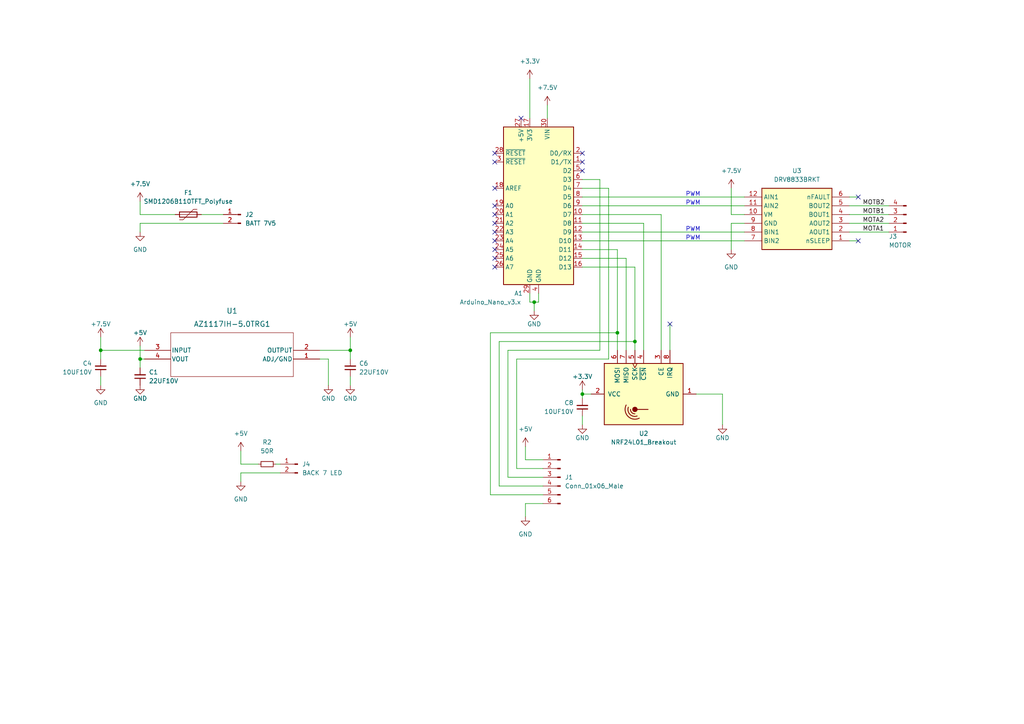
<source format=kicad_sch>
(kicad_sch (version 20211123) (generator eeschema)
  (paper "A4")
  (lib_symbols
    (symbol "2023-05-28_10-28-08:AZ1117IH-5.0TRG1" (pin_names (offset 0.254))
      (property "Reference" "U" (at 25.4 10.16 0))
      (property "Value" "AZ1117IH-5.0TRG1" (at 25.4 7.62 0))
      (symbol "AZ1117IH-5.0TRG1_0_1"
        (polyline (pts (xy 7.62 -7.62) (xy 43.18 -7.62)) (stroke (width 0.127)))
        (polyline (pts (xy 7.62 5.08) (xy 7.62 -7.62)) (stroke (width 0.127)))
        (polyline (pts (xy 43.18 -7.62) (xy 43.18 5.08)) (stroke (width 0.127)))
        (polyline (pts (xy 43.18 5.08) (xy 7.62 5.08)) (stroke (width 0.127)))
        (pin power_out line (at 0 0 0) (length 7.62) (name "ADJ/GND") (number "1"))
        (pin output line (at 0 -2.54 0) (length 7.62) (name "OUTPUT") (number "2"))
        (pin input line (at 50.8 -2.54 180) (length 7.62) (name "INPUT") (number "3"))
        (pin output line (at 50.8 0 180) (length 7.62) (name "VOUT") (number "4"))
      )
    )
    (symbol "Connector:Conn_01x02_Male" (pin_names (offset 1.016) hide)
      (property "Reference" "J" (at 0 2.54 0))
      (property "Value" "Conn_01x02_Male" (at 0 -5.08 0))
      (symbol "Conn_01x02_Male_1_1"
        (polyline (pts (xy 1.27 -2.54) (xy 0.8636 -2.54)) (stroke (width 0.1524)))
        (polyline (pts (xy 1.27 0) (xy 0.8636 0)) (stroke (width 0.1524)))
        (rectangle (start 0.8636 -2.413) (end 0 -2.667) (stroke (width 0.1524)) (fill (type outline)))
        (rectangle (start 0.8636 0.127) (end 0 -0.127) (stroke (width 0.1524)) (fill (type outline)))
        (pin passive line (at 5.08 0 180) (length 3.81) (name "Pin_1") (number "1"))
        (pin passive line (at 5.08 -2.54 180) (length 3.81) (name "Pin_2") (number "2"))
      )
    )
    (symbol "Connector:Conn_01x04_Male" (pin_names (offset 1.016) hide)
      (property "Reference" "J" (at 0 5.08 0))
      (property "Value" "Conn_01x04_Male" (at 0 -7.62 0))
      (symbol "Conn_01x04_Male_1_1"
        (polyline (pts (xy 1.27 -5.08) (xy 0.8636 -5.08)) (stroke (width 0.1524)))
        (polyline (pts (xy 1.27 -2.54) (xy 0.8636 -2.54)) (stroke (width 0.1524)))
        (polyline (pts (xy 1.27 0) (xy 0.8636 0)) (stroke (width 0.1524)))
        (polyline (pts (xy 1.27 2.54) (xy 0.8636 2.54)) (stroke (width 0.1524)))
        (rectangle (start 0.8636 -4.953) (end 0 -5.207) (stroke (width 0.1524)) (fill (type outline)))
        (rectangle (start 0.8636 -2.413) (end 0 -2.667) (stroke (width 0.1524)) (fill (type outline)))
        (rectangle (start 0.8636 0.127) (end 0 -0.127) (stroke (width 0.1524)) (fill (type outline)))
        (rectangle (start 0.8636 2.667) (end 0 2.413) (stroke (width 0.1524)) (fill (type outline)))
        (pin passive line (at 5.08 2.54 180) (length 3.81) (name "Pin_1") (number "1"))
        (pin passive line (at 5.08 0 180) (length 3.81) (name "Pin_2") (number "2"))
        (pin passive line (at 5.08 -2.54 180) (length 3.81) (name "Pin_3") (number "3"))
        (pin passive line (at 5.08 -5.08 180) (length 3.81) (name "Pin_4") (number "4"))
      )
    )
    (symbol "Connector:Conn_01x06_Male" (pin_names (offset 1.016) hide)
      (property "Reference" "J" (at 0 7.62 0))
      (property "Value" "Conn_01x06_Male" (at 0 -10.16 0))
      (symbol "Conn_01x06_Male_1_1"
        (polyline (pts (xy 1.27 -7.62) (xy 0.8636 -7.62)) (stroke (width 0.1524)))
        (polyline (pts (xy 1.27 -5.08) (xy 0.8636 -5.08)) (stroke (width 0.1524)))
        (polyline (pts (xy 1.27 -2.54) (xy 0.8636 -2.54)) (stroke (width 0.1524)))
        (polyline (pts (xy 1.27 0) (xy 0.8636 0)) (stroke (width 0.1524)))
        (polyline (pts (xy 1.27 2.54) (xy 0.8636 2.54)) (stroke (width 0.1524)))
        (polyline (pts (xy 1.27 5.08) (xy 0.8636 5.08)) (stroke (width 0.1524)))
        (rectangle (start 0.8636 -7.493) (end 0 -7.747) (stroke (width 0.1524)) (fill (type outline)))
        (rectangle (start 0.8636 -4.953) (end 0 -5.207) (stroke (width 0.1524)) (fill (type outline)))
        (rectangle (start 0.8636 -2.413) (end 0 -2.667) (stroke (width 0.1524)) (fill (type outline)))
        (rectangle (start 0.8636 0.127) (end 0 -0.127) (stroke (width 0.1524)) (fill (type outline)))
        (rectangle (start 0.8636 2.667) (end 0 2.413) (stroke (width 0.1524)) (fill (type outline)))
        (rectangle (start 0.8636 5.207) (end 0 4.953) (stroke (width 0.1524)) (fill (type outline)))
        (pin passive line (at 5.08 5.08 180) (length 3.81) (name "Pin_1") (number "1"))
        (pin passive line (at 5.08 2.54 180) (length 3.81) (name "Pin_2") (number "2"))
        (pin passive line (at 5.08 0 180) (length 3.81) (name "Pin_3") (number "3"))
        (pin passive line (at 5.08 -2.54 180) (length 3.81) (name "Pin_4") (number "4"))
        (pin passive line (at 5.08 -5.08 180) (length 3.81) (name "Pin_5") (number "5"))
        (pin passive line (at 5.08 -7.62 180) (length 3.81) (name "Pin_6") (number "6"))
      )
    )
    (symbol "DRV8833BRKT:DRV8833BRKT"
      (property "Reference" "U" (at 0 12.7 0))
      (property "Value" "DRV8833BRKT" (at 0 10.16 0))
      (symbol "DRV8833BRKT_0_1"
        (rectangle (start -10.16 8.89) (end 10.16 -8.89) (stroke (width 0.254)) (fill (type background)))
      )
      (symbol "DRV8833BRKT_1_1"
        (pin input line (at -15.24 6.35 0) (length 5.08) (name "nSLEEP") (number "1"))
        (pin power_in line (at 15.24 -1.27 180) (length 5.08) (name "VM") (number "10"))
        (pin input line (at 15.24 -3.81 180) (length 5.08) (name "AIN2") (number "11"))
        (pin input line (at 15.24 -6.35 180) (length 5.08) (name "AIN1") (number "12"))
        (pin power_out line (at -15.24 3.81 0) (length 5.08) (name "AOUT1") (number "2"))
        (pin power_out line (at -15.24 1.27 0) (length 5.08) (name "AOUT2") (number "3"))
        (pin power_out line (at -15.24 -1.27 0) (length 5.08) (name "BOUT1") (number "4"))
        (pin power_out line (at -15.24 -3.81 0) (length 5.08) (name "BOUT2") (number "5"))
        (pin open_collector line (at -15.24 -6.35 0) (length 5.08) (name "nFAULT") (number "6"))
        (pin input line (at 15.24 6.35 180) (length 5.08) (name "BIN2") (number "7"))
        (pin input line (at 15.24 3.81 180) (length 5.08) (name "BIN1") (number "8"))
        (pin power_in line (at 15.24 1.27 180) (length 5.08) (name "GND") (number "9"))
      )
    )
    (symbol "Device:C_Small" (pin_numbers hide) (pin_names (offset 0.254) hide)
      (property "Reference" "C" (at 0.254 1.778 0))
      (property "Value" "C_Small" (at 0.254 -2.032 0))
      (symbol "C_Small_0_1"
        (polyline (pts (xy -1.524 -0.508) (xy 1.524 -0.508)) (stroke (width 0.3302)))
        (polyline (pts (xy -1.524 0.508) (xy 1.524 0.508)) (stroke (width 0.3048)))
      )
      (symbol "C_Small_1_1"
        (pin passive line (at 0 2.54 270) (length 2.032) (name "~") (number "1"))
        (pin passive line (at 0 -2.54 90) (length 2.032) (name "~") (number "2"))
      )
    )
    (symbol "Device:Polyfuse" (pin_numbers hide) (pin_names (offset 0))
      (property "Reference" "F" (at -2.54 0 90))
      (property "Value" "Polyfuse" (at 2.54 0 90))
      (symbol "Polyfuse_0_1"
        (rectangle (start -0.762 2.54) (end 0.762 -2.54) (stroke (width 0.254)))
        (polyline (pts (xy 0 2.54) (xy 0 -2.54)))
        (polyline (pts (xy -1.524 2.54) (xy -1.524 1.524) (xy 1.524 -1.524) (xy 1.524 -2.54)))
      )
      (symbol "Polyfuse_1_1"
        (pin passive line (at 0 3.81 270) (length 1.27) (name "~") (number "1"))
        (pin passive line (at 0 -3.81 90) (length 1.27) (name "~") (number "2"))
      )
    )
    (symbol "Device:R_Small" (pin_numbers hide) (pin_names (offset 0.254) hide)
      (property "Reference" "R" (at 0.762 0.508 0))
      (property "Value" "R_Small" (at 0.762 -1.016 0))
      (symbol "R_Small_0_1"
        (rectangle (start -0.762 1.778) (end 0.762 -1.778) (stroke (width 0.2032)))
      )
      (symbol "R_Small_1_1"
        (pin passive line (at 0 2.54 270) (length 0.762) (name "~") (number "1"))
        (pin passive line (at 0 -2.54 90) (length 0.762) (name "~") (number "2"))
      )
    )
    (symbol "MCU_Module:Arduino_Nano_v3.x"
      (property "Reference" "A" (at -10.16 23.495 0))
      (property "Value" "Arduino_Nano_v3.x" (at 5.08 -24.13 0))
      (symbol "Arduino_Nano_v3.x_0_1"
        (rectangle (start -10.16 22.86) (end 10.16 -22.86) (stroke (width 0.254)) (fill (type background)))
      )
      (symbol "Arduino_Nano_v3.x_1_1"
        (pin bidirectional line (at -12.7 12.7 0) (length 2.54) (name "D1/TX") (number "1"))
        (pin bidirectional line (at -12.7 -2.54 0) (length 2.54) (name "D7") (number "10"))
        (pin bidirectional line (at -12.7 -5.08 0) (length 2.54) (name "D8") (number "11"))
        (pin bidirectional line (at -12.7 -7.62 0) (length 2.54) (name "D9") (number "12"))
        (pin bidirectional line (at -12.7 -10.16 0) (length 2.54) (name "D10") (number "13"))
        (pin bidirectional line (at -12.7 -12.7 0) (length 2.54) (name "D11") (number "14"))
        (pin bidirectional line (at -12.7 -15.24 0) (length 2.54) (name "D12") (number "15"))
        (pin bidirectional line (at -12.7 -17.78 0) (length 2.54) (name "D13") (number "16"))
        (pin power_out line (at 2.54 25.4 270) (length 2.54) (name "3V3") (number "17"))
        (pin input line (at 12.7 5.08 180) (length 2.54) (name "AREF") (number "18"))
        (pin bidirectional line (at 12.7 0 180) (length 2.54) (name "A0") (number "19"))
        (pin bidirectional line (at -12.7 15.24 0) (length 2.54) (name "D0/RX") (number "2"))
        (pin bidirectional line (at 12.7 -2.54 180) (length 2.54) (name "A1") (number "20"))
        (pin bidirectional line (at 12.7 -5.08 180) (length 2.54) (name "A2") (number "21"))
        (pin bidirectional line (at 12.7 -7.62 180) (length 2.54) (name "A3") (number "22"))
        (pin bidirectional line (at 12.7 -10.16 180) (length 2.54) (name "A4") (number "23"))
        (pin bidirectional line (at 12.7 -12.7 180) (length 2.54) (name "A5") (number "24"))
        (pin bidirectional line (at 12.7 -15.24 180) (length 2.54) (name "A6") (number "25"))
        (pin bidirectional line (at 12.7 -17.78 180) (length 2.54) (name "A7") (number "26"))
        (pin power_out line (at 5.08 25.4 270) (length 2.54) (name "+5V") (number "27"))
        (pin input line (at 12.7 15.24 180) (length 2.54) (name "~{RESET}") (number "28"))
        (pin power_in line (at 2.54 -25.4 90) (length 2.54) (name "GND") (number "29"))
        (pin input line (at 12.7 12.7 180) (length 2.54) (name "~{RESET}") (number "3"))
        (pin power_in line (at -2.54 25.4 270) (length 2.54) (name "VIN") (number "30"))
        (pin power_in line (at 0 -25.4 90) (length 2.54) (name "GND") (number "4"))
        (pin bidirectional line (at -12.7 10.16 0) (length 2.54) (name "D2") (number "5"))
        (pin bidirectional line (at -12.7 7.62 0) (length 2.54) (name "D3") (number "6"))
        (pin bidirectional line (at -12.7 5.08 0) (length 2.54) (name "D4") (number "7"))
        (pin bidirectional line (at -12.7 2.54 0) (length 2.54) (name "D5") (number "8"))
        (pin bidirectional line (at -12.7 0 0) (length 2.54) (name "D6") (number "9"))
      )
    )
    (symbol "RF:NRF24L01_Breakout" (pin_names (offset 1.016))
      (property "Reference" "U" (at -8.89 12.7 0))
      (property "Value" "NRF24L01_Breakout" (at 3.81 12.7 0))
      (symbol "NRF24L01_Breakout_0_1"
        (rectangle (start -8.89 11.43) (end 8.89 -11.43) (stroke (width 0.254)) (fill (type background)))
        (polyline (pts (xy 4.445 1.905) (xy 4.445 -1.27)) (stroke (width 0.254)))
        (circle (center 4.445 2.54) (radius 0.635) (stroke (width 0.254)) (fill (type outline)))
        (arc (start 5.715 2.54) (mid 5.3521 3.4546) (end 4.445 3.81) (stroke (width 0.254)))
        (arc (start 6.35 1.905) (mid 5.8763 3.9854) (end 3.81 4.445) (stroke (width 0.254)))
        (arc (start 6.985 1.27) (mid 6.453 4.548) (end 3.175 5.08) (stroke (width 0.254)))
      )
      (symbol "NRF24L01_Breakout_1_1"
        (pin power_in line (at 0 -15.24 90) (length 3.81) (name "GND") (number "1"))
        (pin power_in line (at 0 15.24 270) (length 3.81) (name "VCC") (number "2"))
        (pin input line (at -12.7 -5.08 0) (length 3.81) (name "CE") (number "3"))
        (pin input line (at -12.7 0 0) (length 3.81) (name "~{CSN}") (number "4"))
        (pin input clock (at -12.7 2.54 0) (length 3.81) (name "SCK") (number "5"))
        (pin input line (at -12.7 7.62 0) (length 3.81) (name "MOSI") (number "6"))
        (pin output line (at -12.7 5.08 0) (length 3.81) (name "MISO") (number "7"))
        (pin output line (at -12.7 -7.62 0) (length 3.81) (name "IRQ") (number "8"))
      )
    )
    (symbol "power:+3.3V" (power) (pin_names (offset 0))
      (property "Value" "+3.3V" (at 0 3.556 0))
      (symbol "+3.3V_0_1"
        (polyline (pts (xy -0.762 1.27) (xy 0 2.54)))
        (polyline (pts (xy 0 0) (xy 0 2.54)))
        (polyline (pts (xy 0 2.54) (xy 0.762 1.27)))
      )
      (symbol "+3.3V_1_1"
        (pin power_in line (at 0 0 90) (length 0) hide (name "+3.3V") (number "1"))
      )
    )
    (symbol "power:+5V" (power) (pin_names (offset 0))
      (property "Value" "+5V" (at 0 3.556 0))
      (symbol "+5V_0_1"
        (polyline (pts (xy -0.762 1.27) (xy 0 2.54)))
        (polyline (pts (xy 0 0) (xy 0 2.54)))
        (polyline (pts (xy 0 2.54) (xy 0.762 1.27)))
      )
      (symbol "+5V_1_1"
        (pin power_in line (at 0 0 90) (length 0) hide (name "+5V") (number "1"))
      )
    )
    (symbol "power:+7.5V" (power) (pin_names (offset 0))
      (property "Value" "+7.5V" (at 0 3.556 0))
      (symbol "+7.5V_0_1"
        (polyline (pts (xy -0.762 1.27) (xy 0 2.54)))
        (polyline (pts (xy 0 0) (xy 0 2.54)))
        (polyline (pts (xy 0 2.54) (xy 0.762 1.27)))
      )
      (symbol "+7.5V_1_1"
        (pin power_in line (at 0 0 90) (length 0) hide (name "+7.5V") (number "1"))
      )
    )
    (symbol "power:GND" (power) (pin_names (offset 0))
      (property "Value" "GND" (at 0 -3.81 0))
      (symbol "GND_0_1"
        (polyline (pts (xy 0 0) (xy 0 -1.27) (xy 1.27 -1.27) (xy 0 -2.54) (xy -1.27 -1.27) (xy 0 -1.27)))
      )
      (symbol "GND_1_1"
        (pin power_in line (at 0 0 270) (length 0) hide (name "GND") (number "1"))
      )
    )
  )
  (junction (at 168.91 114.3))
  (junction (at 40.64 104.14))
  (junction (at 101.6 101.6))
  (junction (at 184.15 99.06))
  (junction (at 29.21 101.6))
  (junction (at 179.07 96.52))
  (junction (at 154.94 87.63))
  (no_connect (at 143.51 62.23))
  (no_connect (at 151.13 34.29))
  (no_connect (at 248.92 57.15))
  (no_connect (at 143.51 72.39))
  (no_connect (at 143.51 46.99))
  (no_connect (at 168.91 46.99))
  (no_connect (at 143.51 54.61))
  (no_connect (at 143.51 64.77))
  (no_connect (at 248.92 69.85))
  (no_connect (at 168.91 49.53))
  (no_connect (at 143.51 77.47))
  (no_connect (at 143.51 67.31))
  (no_connect (at 143.51 44.45))
  (no_connect (at 143.51 69.85))
  (no_connect (at 168.91 44.45))
  (no_connect (at 194.31 93.98))
  (no_connect (at 143.51 74.93))
  (no_connect (at 143.51 59.69))
  (wire (pts (xy 154.94 87.63) (xy 154.94 90.17)))
  (wire (pts (xy 168.91 67.31) (xy 215.9 67.31)))
  (wire (pts (xy 144.78 140.97) (xy 144.78 99.06)))
  (wire (pts (xy 58.42 62.23) (xy 64.77 62.23)))
  (wire (pts (xy 153.67 87.63) (xy 154.94 87.63)))
  (wire (pts (xy 142.24 96.52) (xy 179.07 96.52)))
  (wire (pts (xy 181.61 101.6) (xy 181.61 74.93)))
  (wire (pts (xy 194.31 93.98) (xy 194.31 101.6)))
  (wire (pts (xy 179.07 72.39) (xy 168.91 72.39)))
  (wire (pts (xy 201.93 114.3) (xy 209.55 114.3)))
  (wire (pts (xy 92.71 101.6) (xy 101.6 101.6)))
  (wire (pts (xy 246.38 62.23) (xy 257.81 62.23)))
  (wire (pts (xy 101.6 101.6) (xy 101.6 104.14)))
  (wire (pts (xy 157.48 135.89) (xy 149.86 135.89)))
  (wire (pts (xy 29.21 97.79) (xy 29.21 101.6)))
  (wire (pts (xy 69.85 137.16) (xy 81.28 137.16)))
  (wire (pts (xy 179.07 96.52) (xy 179.07 72.39)))
  (wire (pts (xy 40.64 64.77) (xy 40.64 67.31)))
  (wire (pts (xy 69.85 130.81) (xy 69.85 134.62)))
  (wire (pts (xy 153.67 22.86) (xy 153.67 34.29)))
  (wire (pts (xy 156.21 87.63) (xy 156.21 85.09)))
  (wire (pts (xy 168.91 120.65) (xy 168.91 123.19)))
  (wire (pts (xy 157.48 133.35) (xy 152.4 133.35)))
  (wire (pts (xy 168.91 59.69) (xy 215.9 59.69)))
  (wire (pts (xy 176.53 104.14) (xy 149.86 104.14)))
  (wire (pts (xy 212.09 54.61) (xy 212.09 62.23)))
  (wire (pts (xy 64.77 64.77) (xy 40.64 64.77)))
  (wire (pts (xy 29.21 109.22) (xy 29.21 111.76)))
  (wire (pts (xy 157.48 140.97) (xy 144.78 140.97)))
  (wire (pts (xy 158.75 30.48) (xy 158.75 34.29)))
  (wire (pts (xy 40.64 58.42) (xy 40.64 62.23)))
  (wire (pts (xy 101.6 109.22) (xy 101.6 111.76)))
  (wire (pts (xy 142.24 143.51) (xy 157.48 143.51)))
  (wire (pts (xy 246.38 69.85) (xy 248.92 69.85)))
  (wire (pts (xy 168.91 114.3) (xy 168.91 115.57)))
  (wire (pts (xy 209.55 114.3) (xy 209.55 123.19)))
  (wire (pts (xy 212.09 64.77) (xy 212.09 72.39)))
  (wire (pts (xy 215.9 62.23) (xy 212.09 62.23)))
  (wire (pts (xy 153.67 85.09) (xy 153.67 87.63)))
  (wire (pts (xy 95.25 111.76) (xy 95.25 104.14)))
  (wire (pts (xy 168.91 52.07) (xy 173.99 52.07)))
  (wire (pts (xy 191.77 62.23) (xy 168.91 62.23)))
  (wire (pts (xy 173.99 101.6) (xy 173.99 52.07)))
  (wire (pts (xy 168.91 54.61) (xy 176.53 54.61)))
  (wire (pts (xy 29.21 101.6) (xy 41.91 101.6)))
  (wire (pts (xy 142.24 143.51) (xy 142.24 96.52)))
  (wire (pts (xy 215.9 64.77) (xy 212.09 64.77)))
  (wire (pts (xy 191.77 101.6) (xy 191.77 62.23)))
  (wire (pts (xy 246.38 67.31) (xy 257.81 67.31)))
  (wire (pts (xy 144.78 99.06) (xy 184.15 99.06)))
  (wire (pts (xy 168.91 57.15) (xy 215.9 57.15)))
  (wire (pts (xy 181.61 74.93) (xy 168.91 74.93)))
  (wire (pts (xy 40.64 62.23) (xy 50.8 62.23)))
  (wire (pts (xy 154.94 87.63) (xy 156.21 87.63)))
  (wire (pts (xy 69.85 137.16) (xy 69.85 139.7)))
  (wire (pts (xy 40.64 100.33) (xy 40.64 104.14)))
  (wire (pts (xy 246.38 59.69) (xy 257.81 59.69)))
  (wire (pts (xy 149.86 104.14) (xy 149.86 135.89)))
  (wire (pts (xy 246.38 57.15) (xy 248.92 57.15)))
  (wire (pts (xy 101.6 97.79) (xy 101.6 101.6)))
  (wire (pts (xy 246.38 64.77) (xy 257.81 64.77)))
  (wire (pts (xy 40.64 104.14) (xy 41.91 104.14)))
  (wire (pts (xy 168.91 114.3) (xy 168.91 113.03)))
  (wire (pts (xy 157.48 138.43) (xy 147.32 138.43)))
  (wire (pts (xy 95.25 104.14) (xy 92.71 104.14)))
  (wire (pts (xy 168.91 77.47) (xy 184.15 77.47)))
  (wire (pts (xy 147.32 101.6) (xy 173.99 101.6)))
  (wire (pts (xy 179.07 101.6) (xy 179.07 96.52)))
  (wire (pts (xy 29.21 104.14) (xy 29.21 101.6)))
  (wire (pts (xy 168.91 69.85) (xy 215.9 69.85)))
  (wire (pts (xy 69.85 134.62) (xy 74.93 134.62)))
  (wire (pts (xy 157.48 146.05) (xy 152.4 146.05)))
  (wire (pts (xy 184.15 77.47) (xy 184.15 99.06)))
  (wire (pts (xy 176.53 54.61) (xy 176.53 104.14)))
  (wire (pts (xy 184.15 99.06) (xy 184.15 101.6)))
  (wire (pts (xy 186.69 64.77) (xy 168.91 64.77)))
  (wire (pts (xy 40.64 104.14) (xy 40.64 106.68)))
  (wire (pts (xy 152.4 129.54) (xy 152.4 133.35)))
  (wire (pts (xy 81.28 134.62) (xy 80.01 134.62)))
  (wire (pts (xy 186.69 101.6) (xy 186.69 64.77)))
  (wire (pts (xy 152.4 146.05) (xy 152.4 149.86)))
  (wire (pts (xy 147.32 138.43) (xy 147.32 101.6)))
  (wire (pts (xy 168.91 114.3) (xy 171.45 114.3)))
  (text "PWM" (at 203.2 67.31 180) (effects (font (size 1.27 1.27)) (justify right bottom)))
  (text "PWM" (at 203.2 57.15 180) (effects (font (size 1.27 1.27)) (justify right bottom)))
  (text "PWM" (at 203.2 59.69 180) (effects (font (size 1.27 1.27)) (justify right bottom)))
  (text "PWM" (at 203.2 69.85 180) (effects (font (size 1.27 1.27)) (justify right bottom)))
  (label "MOTB1" (at 250.19 62.23 0))
  (label "MOTA2" (at 250.19 64.77 0))
  (label "MOTB2" (at 250.19 59.69 0))
  (label "MOTA1" (at 250.19 67.31 0))
  (symbol (lib_id "power:GND") (at 69.85 139.7 0) (unit 1)
    (property "Reference" "#PWR0105" (effects hide))
    (property "Value" "GND" (at 69.85 144.78 0))
  )
  (symbol (lib_id "Device:C_Small") (at 168.91 118.11 0) (mirror x) (unit 1)
    (property "Reference" "C8" (at 166.37 116.8335 0) (effects (justify right)))
    (property "Value" "10UF10V" (at 166.37 119.38 0) (effects (justify right)))
    (property "Footprint" "Capacitor_SMD:C_0805_2012Metric_Pad1.18x1.45mm_HandSolder" (effects hide))
  )
  (symbol (lib_id "power:+7.5V") (at 158.75 30.48 0) (unit 1)
    (property "Reference" "#PWR011" (effects hide))
    (property "Value" "+7.5V" (at 158.75 25.4 0))
  )
  (symbol (lib_id "power:+7.5V") (at 29.21 97.79 0) (unit 1)
    (property "Reference" "#PWR02" (effects hide))
    (property "Value" "+7.5V" (at 29.21 93.98 0))
  )
  (symbol (lib_id "power:GND") (at 40.64 67.31 0) (mirror y) (unit 1)
    (property "Reference" "#PWR0108" (effects hide))
    (property "Value" "GND" (at 40.64 72.39 0))
  )
  (symbol (lib_id "power:GND") (at 154.94 90.17 0) (unit 1)
    (property "Reference" "#PWR0116" (effects hide))
    (property "Value" "GND" (at 154.94 93.98 0))
  )
  (symbol (lib_id "power:GND") (at 95.25 111.76 0) (mirror y) (unit 1)
    (property "Reference" "#PWR0106" (effects hide))
    (property "Value" "GND" (at 95.25 115.57 0))
  )
  (symbol (lib_id "power:GND") (at 40.64 111.76 0) (mirror y) (unit 1)
    (property "Reference" "#PWR0104" (effects hide))
    (property "Value" "GND" (at 40.64 115.57 0))
  )
  (symbol (lib_id "power:+7.5V") (at 212.09 54.61 0) (unit 1)
    (property "Reference" "#PWR0102" (effects hide))
    (property "Value" "+7.5V" (at 212.09 49.53 0))
  )
  (symbol (lib_id "RF:NRF24L01_Breakout") (at 186.69 114.3 90) (mirror x) (unit 1)
    (property "Reference" "U2" (at 186.69 125.73 90))
    (property "Value" "NRF24L01_Breakout" (at 186.69 128.27 90))
    (property "Footprint" "nRF24L01BRKT_SMD:nRF24L01_Breakout_SMD" (effects hide))
    (property "Datasheet" "http://www.nordicsemi.com/eng/content/download/2730/34105/file/nRF24L01_Product_Specification_v2_0.pdf" (effects hide))
  )
  (symbol (lib_id "Device:Polyfuse") (at 54.61 62.23 270) (unit 1)
    (property "Reference" "F1" (at 54.61 55.88 90))
    (property "Value" "SMD1206B110TFT_Polyfuse " (at 54.61 58.42 90))
    (property "Footprint" "Fuse:Fuse_1206_3216Metric" (effects hide))
  )
  (symbol (lib_id "power:+5V") (at 152.4 129.54 0) (unit 1)
    (property "Reference" "#PWR08" (effects hide))
    (property "Value" "+5V" (at 152.4 124.46 0))
  )
  (symbol (lib_id "2023-05-28_10-28-08:AZ1117IH-5.0TRG1") (at 92.71 104.14 180) (unit 1)
    (property "Reference" "U1" (at 67.31 90.17 0) (effects (font (size 1.524 1.524))))
    (property "Value" "AZ1117IH-5.0TRG1" (at 67.31 93.98 0) (effects (font (size 1.524 1.524))))
    (property "Footprint" "footprints:SOT223-5_DIO" (effects hide))
    (property "Datasheet" "AZ1117IH-5.0TRG1" (effects hide))
  )
  (symbol (lib_id "power:GND") (at 168.91 123.19 0) (unit 1)
    (property "Reference" "#PWR013" (effects hide))
    (property "Value" "GND" (at 168.91 127 0))
  )
  (symbol (lib_id "power:GND") (at 212.09 72.39 0) (mirror y) (unit 1)
    (property "Reference" "#PWR0101" (effects hide))
    (property "Value" "GND" (at 212.09 77.47 0))
  )
  (symbol (lib_id "power:GND") (at 209.55 123.19 0) (unit 1)
    (property "Reference" "#PWR0110" (effects hide))
    (property "Value" "GND" (at 209.55 127 0))
  )
  (symbol (lib_id "Connector:Conn_01x04_Male") (at 262.89 64.77 180) (unit 1)
    (property "Reference" "J3" (at 257.81 68.58 0) (effects (justify right)))
    (property "Value" "MOTOR" (at 257.81 71.12 0) (effects (justify right)))
    (property "Footprint" "Connector_PinSocket_2.54mm:PinSocket_1x04_P2.54mm_Vertical" (effects hide))
  )
  (symbol (lib_id "MCU_Module:Arduino_Nano_v3.x") (at 156.21 59.69 0) (mirror y) (unit 1)
    (property "Reference" "A1" (at 151.6506 85.09 0) (effects (justify left)))
    (property "Value" "Arduino_Nano_v3.x" (at 151.13 87.63 0) (effects (justify left)))
    (property "Footprint" "Module:Arduino_Nano" (effects hide))
    (property "Datasheet" "http://www.mouser.com/pdfdocs/Gravitech_Arduino_Nano3_0.pdf" (effects hide))
  )
  (symbol (lib_id "power:+3.3V") (at 168.91 113.03 0) (unit 1)
    (property "Reference" "#PWR012" (effects hide))
    (property "Value" "+3.3V" (at 168.91 109.22 0))
  )
  (symbol (lib_id "Device:C_Small") (at 40.64 109.22 180) (unit 1)
    (property "Reference" "C1" (at 43.18 107.9435 0) (effects (justify right)))
    (property "Value" "22UF10V" (at 43.18 110.49 0) (effects (justify right)))
    (property "Footprint" "Capacitor_SMD:C_0805_2012Metric_Pad1.18x1.45mm_HandSolder" (effects hide))
  )
  (symbol (lib_id "power:+5V") (at 101.6 97.79 0) (unit 1)
    (property "Reference" "#PWR06" (effects hide))
    (property "Value" "+5V" (at 101.6 93.98 0))
  )
  (symbol (lib_id "power:+5V") (at 69.85 130.81 0) (unit 1)
    (property "Reference" "#PWR05" (effects hide))
    (property "Value" "+5V" (at 69.85 125.73 0))
  )
  (symbol (lib_id "power:+7.5V") (at 40.64 58.42 0) (unit 1)
    (property "Reference" "#PWR01" (effects hide))
    (property "Value" "+7.5V" (at 40.64 53.34 0))
  )
  (symbol (lib_id "Connector:Conn_01x02_Male") (at 86.36 134.62 0) (mirror y) (unit 1)
    (property "Reference" "J4" (at 87.63 134.6199 0) (effects (justify right)))
    (property "Value" "BACK 7 LED" (at 87.63 137.1599 0) (effects (justify right)))
    (property "Footprint" "Connector_PinHeader_2.54mm:PinHeader_1x02_P2.54mm_Vertical" (effects hide))
  )
  (symbol (lib_id "Connector:Conn_01x06_Male") (at 162.56 138.43 0) (mirror y) (unit 1)
    (property "Reference" "J1" (at 163.83 138.4299 0) (effects (justify right)))
    (property "Value" "Conn_01x06_Male" (at 163.83 140.9699 0) (effects (justify right)))
    (property "Footprint" "Connector_PinHeader_2.54mm:PinHeader_1x06_P2.54mm_Vertical" (effects hide))
  )
  (symbol (lib_id "power:GND") (at 101.6 111.76 0) (mirror y) (unit 1)
    (property "Reference" "#PWR07" (effects hide))
    (property "Value" "GND" (at 101.6 115.57 0))
  )
  (symbol (lib_id "power:+3.3V") (at 153.67 22.86 0) (unit 1)
    (property "Reference" "#PWR010" (effects hide))
    (property "Value" "+3.3V" (at 153.67 17.78 0))
  )
  (symbol (lib_id "Device:R_Small") (at 77.47 134.62 90) (unit 1)
    (property "Reference" "R2" (at 77.47 128.27 90))
    (property "Value" "50R" (at 77.47 130.81 90))
    (property "Footprint" "Resistor_SMD:R_0805_2012Metric" (effects hide))
  )
  (symbol (lib_id "Device:C_Small") (at 29.21 106.68 0) (mirror x) (unit 1)
    (property "Reference" "C4" (at 26.67 105.4035 0) (effects (justify right)))
    (property "Value" "10UF10V" (at 26.67 107.9435 0) (effects (justify right)))
    (property "Footprint" "Capacitor_SMD:C_0805_2012Metric_Pad1.18x1.45mm_HandSolder" (effects hide))
  )
  (symbol (lib_id "Connector:Conn_01x02_Male") (at 69.85 62.23 0) (mirror y) (unit 1)
    (property "Reference" "J2" (at 71.12 62.2299 0) (effects (justify right)))
    (property "Value" "BATT 7V5" (at 71.12 64.77 0) (effects (justify right)))
    (property "Footprint" "Connector_PinHeader_2.54mm:PinHeader_1x02_P2.54mm_Vertical" (effects hide))
  )
  (symbol (lib_id "DRV8833BRKT:DRV8833BRKT") (at 231.14 63.5 180) (unit 1)
    (property "Reference" "U3" (at 231.14 49.53 0))
    (property "Value" "DRV8833BRKT" (at 231.14 52.07 0))
    (property "Footprint" "DRV8833BRKT:DRV8833BRKT" (effects hide))
  )
  (symbol (lib_id "Device:C_Small") (at 101.6 106.68 180) (unit 1)
    (property "Reference" "C6" (at 104.14 105.4035 0) (effects (justify right)))
    (property "Value" "22UF10V" (at 104.14 107.95 0) (effects (justify right)))
    (property "Footprint" "Capacitor_SMD:C_0805_2012Metric_Pad1.18x1.45mm_HandSolder" (effects hide))
  )
  (symbol (lib_id "power:+5V") (at 40.64 100.33 0) (unit 1)
    (property "Reference" "#PWR0103" (effects hide))
    (property "Value" "+5V" (at 40.64 96.52 0))
  )
  (symbol (lib_id "power:GND") (at 152.4 149.86 0) (unit 1)
    (property "Reference" "#PWR09" (effects hide))
    (property "Value" "GND" (at 152.4 154.94 0))
  )
  (symbol (lib_id "power:GND") (at 29.21 111.76 0) (mirror y) (unit 1)
    (property "Reference" "#PWR03" (effects hide))
    (property "Value" "GND" (at 29.21 116.84 0))
  )
)
</source>
